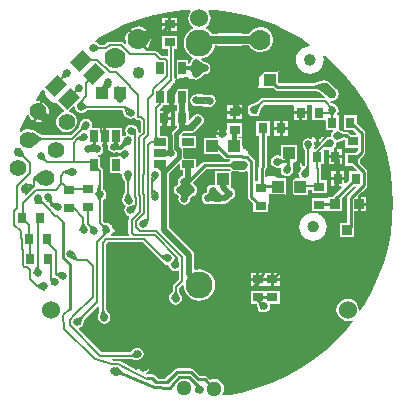
<source format=gbl>
%FSLAX24Y24*%
%MOIN*%
G70*
G01*
G75*
G04 Layer_Physical_Order=2*
G04 Layer_Color=16711680*
%ADD10C,0.0070*%
%ADD11C,0.0197*%
%ADD12R,0.0091X0.0236*%
%ADD13R,0.0236X0.0091*%
%ADD14R,0.1220X0.1220*%
%ADD15R,0.0350X0.0300*%
%ADD16R,0.0300X0.0350*%
%ADD17R,0.0140X0.0800*%
%ADD18R,0.0098X0.0315*%
%ADD19R,0.0787X0.0630*%
%ADD20R,0.0157X0.0197*%
%ADD21R,0.0197X0.0157*%
%ADD22R,0.0394X0.0492*%
%ADD23R,0.0320X0.0320*%
%ADD24C,0.0080*%
%ADD25C,0.0090*%
%ADD26C,0.0100*%
%ADD27C,0.0120*%
%ADD28C,0.0200*%
%ADD29C,0.0150*%
%ADD30C,0.0060*%
%ADD31C,0.0600*%
%ADD32C,0.0700*%
%ADD33C,0.0512*%
%ADD34C,0.0900*%
%ADD35C,0.0551*%
%ADD36C,0.0250*%
%ADD37C,0.0300*%
%ADD38R,0.0394X0.0394*%
%ADD39R,0.0250X0.0400*%
%ADD40R,0.0394X0.0394*%
%ADD41R,0.0400X0.0250*%
G04:AMPARAMS|DCode=42|XSize=43mil|YSize=59mil|CornerRadius=0mil|HoleSize=0mil|Usage=FLASHONLY|Rotation=135.000|XOffset=0mil|YOffset=0mil|HoleType=Round|Shape=Rectangle|*
%AMROTATEDRECTD42*
4,1,4,0.0361,0.0057,-0.0057,-0.0361,-0.0361,-0.0057,0.0057,0.0361,0.0361,0.0057,0.0*
%
%ADD42ROTATEDRECTD42*%

%ADD43C,0.0250*%
%ADD44R,0.0343X0.0494*%
%ADD45R,0.0280X0.0540*%
%ADD46R,0.0720X0.0910*%
%ADD47R,0.0390X0.0580*%
%ADD48R,0.0900X0.0270*%
%ADD49R,0.0852X0.0273*%
%ADD50R,0.0533X0.0468*%
%ADD51R,0.0430X0.0340*%
%ADD52R,0.0200X0.0199*%
%ADD53R,0.2460X0.0890*%
%ADD54R,0.0710X0.0580*%
%ADD55R,0.0990X0.0600*%
%ADD56R,0.0680X0.0570*%
%ADD57R,0.0630X0.0540*%
%ADD58R,0.0700X0.0210*%
%ADD59R,0.0350X0.0165*%
%ADD60R,0.0069X0.0095*%
%ADD61R,0.0570X0.0270*%
%ADD62R,0.0583X0.0462*%
%ADD63R,0.0570X0.0870*%
G36*
X100170Y81410D02*
X100321D01*
Y81205D01*
X100260D01*
Y80715D01*
X100307D01*
Y80666D01*
X100190Y80550D01*
X100158Y80502D01*
X100147Y80445D01*
Y80029D01*
X100109Y79997D01*
X100147Y79989D01*
Y79987D01*
X100147Y79987D01*
X100150Y79972D01*
Y79800D01*
X100050D01*
Y79989D01*
X100039Y79987D01*
X100002Y80017D01*
X100000Y80019D01*
Y80369D01*
X99757D01*
X99732Y80394D01*
Y80715D01*
X99830D01*
Y80960D01*
Y81205D01*
X99732D01*
Y81264D01*
X99822Y81354D01*
X99822Y81354D01*
X99845Y81389D01*
X99849Y81410D01*
X100070D01*
Y81680D01*
X100170D01*
Y81410D01*
D02*
G37*
G36*
X101566Y84565D02*
X102070Y84506D01*
X102567Y84407D01*
X103055Y84269D01*
X103530Y84094D01*
X103990Y83881D01*
X104433Y83634D01*
X104758Y83416D01*
X104741Y83369D01*
X104740Y83369D01*
X104621Y83354D01*
X104510Y83308D01*
X104415Y83235D01*
X104342Y83139D01*
X104311Y83064D01*
X104261Y83069D01*
X104256Y83090D01*
X104205Y83189D01*
X104164Y83233D01*
X103929Y82952D01*
X104210Y82716D01*
X104242Y82767D01*
X104247Y82784D01*
X104252Y82784D01*
X104298Y82786D01*
X104342Y82679D01*
X104415Y82584D01*
X104510Y82511D01*
X104621Y82465D01*
X104740Y82449D01*
X104859Y82465D01*
X104970Y82511D01*
X105066Y82584D01*
X105139Y82679D01*
X105185Y82790D01*
X105201Y82909D01*
X105185Y83028D01*
X105184Y83031D01*
X105224Y83061D01*
X105252Y83038D01*
X105624Y82694D01*
X105968Y82322D01*
X106282Y81924D01*
X106564Y81503D01*
X106811Y81060D01*
X107024Y80600D01*
X107199Y80125D01*
X107337Y79637D01*
X107436Y79140D01*
X107495Y78636D01*
X107515Y78130D01*
X107495Y77624D01*
X107436Y77120D01*
X107337Y76623D01*
X107199Y76135D01*
X107024Y75660D01*
X106811Y75199D01*
X106564Y74757D01*
X106417Y74537D01*
X106370Y74555D01*
X106373Y74580D01*
X106360Y74677D01*
X106323Y74767D01*
X106264Y74844D01*
X106187Y74903D01*
X106097Y74940D01*
X106000Y74953D01*
X105903Y74940D01*
X105813Y74903D01*
X105736Y74844D01*
X105677Y74767D01*
X105640Y74677D01*
X105627Y74580D01*
X105640Y74483D01*
X105677Y74393D01*
X105736Y74316D01*
X105813Y74257D01*
X105903Y74220D01*
X106000Y74207D01*
X106097Y74220D01*
X106145Y74239D01*
X106175Y74200D01*
X105968Y73938D01*
X105624Y73566D01*
X105252Y73222D01*
X104854Y72908D01*
X104433Y72626D01*
X103990Y72379D01*
X103530Y72166D01*
X103055Y71991D01*
X102567Y71853D01*
X102070Y71754D01*
X101848Y71728D01*
X101824Y71772D01*
X101832Y71782D01*
X101866Y71861D01*
X101879Y71946D01*
X101869Y72031D01*
X101837Y72111D01*
X101786Y72180D01*
X101719Y72233D01*
X101641Y72267D01*
X101556Y72280D01*
X101470Y72270D01*
X101423Y72251D01*
X101329Y72346D01*
X101289Y72372D01*
X101242Y72381D01*
X101068D01*
X100859Y72591D01*
X100819Y72618D01*
X100772Y72627D01*
X100328D01*
X100281Y72618D01*
X100242Y72591D01*
X100068Y72417D01*
X100028Y72391D01*
X99926Y72289D01*
X99675D01*
X99570Y72394D01*
X99531Y72420D01*
X99484Y72430D01*
X99316D01*
X99300Y72426D01*
X99280Y72473D01*
X99321Y72499D01*
X99364Y72564D01*
X99369Y72590D01*
X98991D01*
X98988Y72603D01*
X98949Y72573D01*
X98908Y72593D01*
X98413Y72873D01*
X98406Y72875D01*
X98401Y72879D01*
X98387Y72882D01*
X98373Y72886D01*
X98366Y72886D01*
X98360Y72887D01*
X98181D01*
X98148Y72925D01*
X98151Y72943D01*
X98790D01*
X98940Y72915D01*
X98980Y72915D01*
X99000Y72911D01*
X99076Y72926D01*
X99141Y72969D01*
X99184Y73034D01*
X99199Y73110D01*
X99184Y73186D01*
X99141Y73251D01*
X99076Y73294D01*
X99000Y73309D01*
X98992Y73307D01*
X98988Y73310D01*
X98947Y73317D01*
X98906Y73308D01*
X98872Y73283D01*
X98754Y73157D01*
X97804D01*
X97034Y73927D01*
X97049Y73975D01*
X97056Y73976D01*
X97085Y73996D01*
X97114Y74003D01*
X97148Y74027D01*
X97170Y74062D01*
X97252Y74281D01*
X97677Y74705D01*
X97723Y74686D01*
Y74564D01*
X97709Y74513D01*
X97667Y74358D01*
X97664Y74317D01*
X97677Y74277D01*
X97704Y74245D01*
X97706Y74244D01*
X97706Y74244D01*
X97749Y74179D01*
X97814Y74136D01*
X97890Y74121D01*
X97966Y74136D01*
X98031Y74179D01*
X98074Y74244D01*
X98089Y74320D01*
X98082Y74354D01*
X98087Y74370D01*
X98086Y74371D01*
X98087Y74373D01*
X98084Y74392D01*
X98082Y74411D01*
X98082Y74413D01*
X98081Y74415D01*
X98072Y74431D01*
X98063Y74448D01*
X98061Y74449D01*
X98060Y74451D01*
X97937Y74590D01*
Y76756D01*
X98004Y76823D01*
X99175D01*
X99699Y76299D01*
X99699Y76299D01*
X99764Y76234D01*
X99767Y76232D01*
X99770Y76229D01*
X99911Y76109D01*
X99947Y76088D01*
X99988Y76083D01*
X99988Y76083D01*
X99988Y76083D01*
X100023Y76085D01*
X100023Y76085D01*
X100023D01*
X100033Y76045D01*
X100058Y76011D01*
X100061Y76009D01*
X100066Y75984D01*
X100109Y75919D01*
X100174Y75876D01*
X100250Y75861D01*
X100326Y75876D01*
X100333Y75881D01*
X100377Y75858D01*
Y75584D01*
X100294Y75500D01*
X100289Y75499D01*
X100254Y75476D01*
X100194Y75416D01*
X100171Y75381D01*
X100163Y75340D01*
Y75191D01*
X100059Y75027D01*
X100044Y74988D01*
X100046Y74946D01*
X100063Y74908D01*
X100083Y74888D01*
X100086Y74874D01*
X100129Y74809D01*
X100194Y74766D01*
X100270Y74751D01*
X100346Y74766D01*
X100411Y74809D01*
X100454Y74874D01*
X100463Y74922D01*
X100472Y74938D01*
X100477Y74980D01*
X100465Y75020D01*
X100377Y75186D01*
Y75296D01*
X100382Y75300D01*
X100386Y75301D01*
X100421Y75324D01*
X100491Y75394D01*
X100538Y75378D01*
X100553Y75264D01*
X100606Y75138D01*
X100689Y75029D01*
X100798Y74946D01*
X100924Y74893D01*
X101060Y74876D01*
X101196Y74893D01*
X101322Y74946D01*
X101431Y75029D01*
X101514Y75138D01*
X101567Y75264D01*
X101584Y75400D01*
X101567Y75536D01*
X101514Y75662D01*
X101431Y75771D01*
X101322Y75854D01*
X101196Y75907D01*
X101060Y75924D01*
X100932Y75908D01*
X100894Y75941D01*
Y76402D01*
X100881Y76469D01*
X100843Y76525D01*
X100843Y76525D01*
X100048Y77320D01*
Y78517D01*
X100048Y78517D01*
X100038Y78567D01*
Y79124D01*
X100359Y79445D01*
X100405Y79425D01*
Y79231D01*
X100502D01*
Y79041D01*
X100464Y79034D01*
X100399Y78991D01*
X100356Y78926D01*
X100341Y78850D01*
X100356Y78774D01*
X100334Y78764D01*
X100334D01*
X100334Y78764D01*
X100269Y78721D01*
X100226Y78656D01*
X100211Y78580D01*
X100226Y78504D01*
X100269Y78439D01*
X100334Y78396D01*
X100348Y78394D01*
X100375Y78352D01*
X100361Y78280D01*
X100376Y78204D01*
X100419Y78139D01*
X100484Y78096D01*
X100560Y78081D01*
X100636Y78096D01*
X100701Y78139D01*
X100744Y78204D01*
X100759Y78280D01*
X100757Y78291D01*
X100848Y78383D01*
X100866Y78386D01*
X100931Y78429D01*
X100974Y78494D01*
X100989Y78570D01*
X100974Y78646D01*
X100931Y78711D01*
X100912Y78723D01*
X100839Y78797D01*
X100848Y78845D01*
Y78845D01*
X101281Y79278D01*
X102057D01*
X102101Y79243D01*
X102088Y79206D01*
X102088D01*
X102084Y79196D01*
X101573D01*
Y78774D01*
X101535Y78742D01*
X101500Y78749D01*
X101424Y78734D01*
X101359Y78691D01*
X101316Y78626D01*
X101301Y78550D01*
X101307Y78522D01*
X101272Y78487D01*
X101254Y78484D01*
X101189Y78441D01*
X101146Y78376D01*
X101131Y78300D01*
X101146Y78224D01*
X101189Y78159D01*
X101254Y78116D01*
X101330Y78101D01*
X101406Y78116D01*
X101415Y78122D01*
X101615Y78113D01*
X101624Y78106D01*
X101700Y78091D01*
X101776Y78106D01*
X101790Y78116D01*
X101797Y78117D01*
X101900D01*
X101966Y78130D01*
X102023Y78167D01*
X102023Y78167D01*
X102023Y78167D01*
X102118Y78263D01*
X102136Y78266D01*
X102201Y78309D01*
X102244Y78374D01*
X102259Y78450D01*
X102244Y78526D01*
X102201Y78591D01*
X102136Y78634D01*
X102118Y78637D01*
X102103Y78652D01*
X102107Y78662D01*
X102107D01*
X102107Y78662D01*
Y79147D01*
X102122Y79169D01*
D01*
X102132Y79183D01*
D01*
X102150Y79208D01*
X102158Y79206D01*
X102166Y79202D01*
X102181Y79201D01*
X102197Y79198D01*
X102557Y79188D01*
X102604Y79196D01*
X102629Y79212D01*
X102673Y79187D01*
Y78355D01*
X102682Y78308D01*
X102708Y78268D01*
X102855Y78122D01*
Y77830D01*
X103345D01*
Y78095D01*
X103383Y78128D01*
X103440Y78121D01*
X103559Y78136D01*
X103670Y78182D01*
X103766Y78255D01*
X103839Y78351D01*
X103868Y78422D01*
X103933D01*
Y78956D01*
X103701D01*
X103670Y78979D01*
X103559Y79025D01*
X103440Y79041D01*
X103321Y79025D01*
X103294Y79014D01*
X103252Y79042D01*
Y79239D01*
X103267Y79253D01*
X103293Y79293D01*
X103302Y79340D01*
X103302Y79340D01*
X103302Y79340D01*
Y79340D01*
Y80385D01*
X103400D01*
Y80875D01*
X102960D01*
Y80385D01*
X103058D01*
Y79391D01*
X103043Y79377D01*
X103017Y79337D01*
X103008Y79290D01*
Y78870D01*
X102917D01*
Y79513D01*
X102908Y79560D01*
X102882Y79599D01*
X102725Y79755D01*
X102716Y79762D01*
X102720Y79781D01*
X102670Y79791D01*
Y79930D01*
X102531D01*
X102521Y79980D01*
X102531Y80028D01*
X102481Y80032D01*
Y80298D01*
X102362D01*
Y80350D01*
X102485D01*
Y80790D01*
X101995D01*
Y80610D01*
X101951Y80581D01*
X101886Y80624D01*
X101860Y80629D01*
Y80440D01*
X101810D01*
Y80390D01*
X101621D01*
X101626Y80364D01*
X101641Y80342D01*
X101617Y80298D01*
X101199D01*
Y79764D01*
X101733D01*
X101733Y79764D01*
Y79764D01*
X101741Y79768D01*
X101881Y79628D01*
X101921Y79601D01*
X101967Y79592D01*
X102073D01*
X102083Y79563D01*
X102053Y79522D01*
X101230D01*
X101183Y79513D01*
X101143Y79487D01*
X100991Y79334D01*
X100945Y79353D01*
Y79621D01*
X100548D01*
X100517Y79660D01*
X100518Y79665D01*
Y79912D01*
X100507Y79968D01*
X100512Y79979D01*
X100945D01*
Y80369D01*
X100493D01*
X100474Y80415D01*
X100525Y80466D01*
X100546Y80470D01*
X100573Y80488D01*
X100800D01*
X100847Y80497D01*
X100884Y80522D01*
X100906Y80526D01*
X100971Y80569D01*
X101014Y80634D01*
X101018Y80655D01*
X101075Y80712D01*
X101096Y80716D01*
X101161Y80759D01*
X101204Y80824D01*
X101219Y80900D01*
X101204Y80976D01*
X101161Y81041D01*
X101096Y81084D01*
X101020Y81099D01*
X101009Y81097D01*
X100994Y81102D01*
X100987Y81101D01*
X100980Y81102D01*
X100963Y81099D01*
X100947Y81098D01*
X100940Y81094D01*
X100933Y81093D01*
X100919Y81084D01*
X100904Y81076D01*
X100899Y81071D01*
X100893Y81067D01*
X100746Y80919D01*
X100700Y80938D01*
Y81205D01*
X100667D01*
Y81410D01*
X100689D01*
Y81950D01*
X100524D01*
X100500Y81994D01*
X100533Y82043D01*
X100544Y82036D01*
X100570Y82031D01*
Y82220D01*
X100620D01*
Y82270D01*
X100809D01*
X100813Y82252D01*
X100854Y82280D01*
X100874Y82266D01*
X100950Y82251D01*
X101026Y82266D01*
X101091Y82309D01*
X101104Y82330D01*
X101144Y82356D01*
X101221Y82433D01*
X101230Y82431D01*
X101306Y82446D01*
X101371Y82489D01*
X101414Y82554D01*
X101429Y82630D01*
X101414Y82706D01*
X101371Y82771D01*
X101306Y82814D01*
X101230Y82829D01*
X101221Y82827D01*
X101154Y82894D01*
X101111Y82922D01*
X101101Y82924D01*
X101091Y82941D01*
X101093Y82950D01*
X101196Y82963D01*
X101322Y83016D01*
X101431Y83099D01*
X101514Y83208D01*
X101567Y83334D01*
X101574Y83390D01*
X101660D01*
X101672Y83361D01*
X101745Y83265D01*
X101840Y83192D01*
X101951Y83146D01*
X102070Y83131D01*
X102189Y83146D01*
X102300Y83192D01*
X102396Y83265D01*
X102469Y83361D01*
X102481Y83390D01*
X102722D01*
X102745Y83345D01*
X102820Y83264D01*
X102913Y83204D01*
X103018Y83171D01*
X103129Y83166D01*
X103237Y83190D01*
X103335Y83241D01*
X103417Y83316D01*
X103476Y83409D01*
X103509Y83515D01*
X103514Y83625D01*
X103490Y83733D01*
X103439Y83831D01*
X103364Y83913D01*
X103271Y83972D01*
X103166Y84006D01*
X103055Y84010D01*
X102947Y83986D01*
X102849Y83935D01*
X102768Y83861D01*
X102721Y83787D01*
X102483D01*
X102469Y83821D01*
X102396Y83916D01*
X102300Y83989D01*
X102189Y84035D01*
X102070Y84051D01*
X101951Y84035D01*
X101840Y83989D01*
X101745Y83916D01*
X101672Y83821D01*
X101658Y83787D01*
X101472D01*
X101431Y83841D01*
X101322Y83924D01*
X101247Y83956D01*
Y83967D01*
X101324Y84026D01*
X101383Y84103D01*
X101420Y84193D01*
X101433Y84290D01*
X101420Y84387D01*
X101383Y84477D01*
X101343Y84529D01*
X101366Y84573D01*
X101566Y84565D01*
D02*
G37*
G36*
X100777Y84529D02*
X100737Y84477D01*
X100700Y84387D01*
X100687Y84290D01*
X100700Y84193D01*
X100737Y84103D01*
X100796Y84026D01*
X100843Y83990D01*
X100837Y83940D01*
X100798Y83924D01*
X100689Y83841D01*
X100606Y83732D01*
X100553Y83606D01*
X100536Y83470D01*
X100553Y83334D01*
X100606Y83208D01*
X100689Y83099D01*
X100798Y83016D01*
X100825Y83004D01*
X100830Y82955D01*
X100809Y82941D01*
X100766Y82876D01*
X100753Y82807D01*
X100732Y82796D01*
X100696Y82789D01*
X100689Y82792D01*
Y82895D01*
X100299D01*
Y82355D01*
X100299D01*
Y82331D01*
X100256Y82305D01*
X100223Y82323D01*
Y83204D01*
Y83270D01*
X100315D01*
Y83710D01*
X99825D01*
Y83270D01*
X100009D01*
Y83204D01*
X100009Y83204D01*
X100009D01*
Y83046D01*
X99965Y83023D01*
X99955Y83029D01*
X99914Y83037D01*
X99804D01*
X99661Y83181D01*
X99626Y83204D01*
X99585Y83212D01*
X99277D01*
X99263Y83260D01*
X99247Y83250D01*
X98979Y83570D01*
D01*
X98711Y83889D01*
X98671Y83845D01*
X98619Y83747D01*
X98596Y83639D01*
X98600Y83528D01*
X98625Y83449D01*
X98583Y83423D01*
X98516Y83490D01*
X98481Y83513D01*
X98440Y83521D01*
X98063D01*
X98022Y83513D01*
X97987Y83490D01*
X97987Y83490D01*
X97905Y83407D01*
X97743D01*
X97611Y83498D01*
X97572Y83515D01*
X97537Y83515D01*
X97537Y83515D01*
X97536Y83515D01*
X97531Y83515D01*
X97687Y83634D01*
X98130Y83881D01*
X98590Y84094D01*
X99065Y84269D01*
X99553Y84407D01*
X100050Y84506D01*
X100554Y84565D01*
X100754Y84573D01*
X100777Y84529D01*
D02*
G37*
G36*
X95904Y81889D02*
X95916Y81802D01*
X95962Y81691D01*
X96035Y81595D01*
X96130Y81522D01*
X96241Y81476D01*
X96329Y81465D01*
X96561Y81233D01*
X96549Y81184D01*
X96484Y81164D01*
X96408Y81115D01*
X96346Y81048D01*
X96304Y80967D01*
X96284Y80878D01*
X96288Y80787D01*
X96316Y80700D01*
X96365Y80624D01*
X96432Y80562D01*
X96512Y80520D01*
X96601Y80500D01*
X96692Y80504D01*
X96779Y80532D01*
X96856Y80581D01*
X96917Y80648D01*
X96959Y80728D01*
X96979Y80817D01*
X96975Y80908D01*
X96948Y80995D01*
X96899Y81072D01*
X96832Y81133D01*
X96751Y81175D01*
X96729Y81180D01*
X96715Y81228D01*
X96848Y81360D01*
X96849Y81360D01*
X96901Y81350D01*
X96916Y81274D01*
X96959Y81209D01*
X97024Y81166D01*
X97056Y81160D01*
X97085Y81144D01*
X97128Y81138D01*
X97170Y81150D01*
X97346Y81238D01*
X98488D01*
X98556Y81069D01*
X98580Y81032D01*
X98616Y81007D01*
X98629Y81004D01*
X98693Y80961D01*
X98769Y80946D01*
X98846Y80961D01*
X98883Y80986D01*
X98911Y80959D01*
Y80959D01*
D01*
D01*
D01*
X98911Y80959D01*
X98934Y80925D01*
X98969Y80901D01*
X99010Y80893D01*
X99065D01*
X99103Y80856D01*
Y80522D01*
X99066Y80485D01*
X99019Y80502D01*
X99006Y80612D01*
X98994Y80652D01*
X98967Y80684D01*
X98930Y80703D01*
X98910Y80705D01*
X98866Y80734D01*
X98790Y80749D01*
X98714Y80734D01*
X98649Y80691D01*
X98606Y80626D01*
X98591Y80550D01*
X98606Y80474D01*
X98626Y80444D01*
X98614Y80414D01*
X98568Y80383D01*
X98548Y80377D01*
X98524Y80358D01*
X98479Y80379D01*
Y80630D01*
X97960D01*
Y80360D01*
Y80090D01*
X97988D01*
X98019Y80051D01*
X98011Y80010D01*
X98026Y79934D01*
X98069Y79869D01*
X98134Y79826D01*
X98210Y79811D01*
X98286Y79826D01*
X98318Y79848D01*
X98360D01*
X98392Y79809D01*
X98392Y79810D01*
X98581D01*
Y79710D01*
X98392D01*
X98389Y79724D01*
X98357Y79685D01*
X98089D01*
Y79145D01*
X98396D01*
X98468Y79104D01*
X98463Y79062D01*
X98474Y79022D01*
X98573Y78825D01*
Y78490D01*
X98490Y78279D01*
X98483Y78238D01*
X98492Y78197D01*
X98511Y78169D01*
X98516Y78144D01*
X98559Y78079D01*
X98619Y78040D01*
X98576Y77976D01*
X98561Y77900D01*
X98576Y77824D01*
X98619Y77759D01*
X98684Y77716D01*
X98716Y77710D01*
X98731Y77662D01*
X98724Y77656D01*
X98701Y77621D01*
X98693Y77580D01*
Y77140D01*
X98701Y77099D01*
X98713Y77081D01*
X98689Y77037D01*
X98113D01*
X98097Y77084D01*
X98119Y77101D01*
X98147Y77134D01*
X98152Y77147D01*
X98199Y77163D01*
X98224Y77146D01*
X98250Y77141D01*
Y77330D01*
Y77519D01*
X98224Y77514D01*
X98159Y77471D01*
X98133Y77431D01*
X98091Y77418D01*
X98076Y77417D01*
X98071Y77423D01*
X98065Y77433D01*
X98057Y77440D01*
X98050Y77448D01*
X98040Y77453D01*
X98030Y77460D01*
X98020Y77463D01*
X98011Y77468D01*
X97999Y77469D01*
X97988Y77472D01*
X97890Y77479D01*
X97842Y77526D01*
Y78200D01*
X97876Y78289D01*
X97926Y78295D01*
X97929Y78289D01*
X97994Y78246D01*
X98020Y78241D01*
Y78430D01*
Y78619D01*
X97994Y78614D01*
X97929Y78571D01*
X97928Y78569D01*
X97878D01*
X97871Y78581D01*
X97847Y78596D01*
X97842Y78621D01*
Y78810D01*
Y79221D01*
X97842Y79221D01*
X97834Y79264D01*
X97809Y79300D01*
X97809Y79300D01*
X97731Y79379D01*
Y79685D01*
X97683D01*
X97679Y79735D01*
X97736Y79746D01*
X97801Y79789D01*
X97844Y79854D01*
X97859Y79930D01*
X97844Y80006D01*
X97813Y80052D01*
X97809Y80065D01*
X97821Y80090D01*
X97860D01*
Y80360D01*
Y80630D01*
X97565D01*
X97514Y80640D01*
X97464Y80674D01*
X97479Y80750D01*
X97464Y80826D01*
X97421Y80891D01*
X97356Y80934D01*
X97280Y80949D01*
X97204Y80934D01*
X97139Y80891D01*
X97096Y80826D01*
X97094Y80814D01*
X97089Y80805D01*
X97044Y80675D01*
X96764Y80396D01*
X95809D01*
X95524Y80562D01*
X95485Y80576D01*
X95473Y80575D01*
X95469Y80578D01*
X95380Y80597D01*
X95289Y80593D01*
X95203Y80566D01*
X95126Y80517D01*
X95113Y80502D01*
X95070Y80529D01*
X95096Y80600D01*
X95309Y81060D01*
X95317Y81076D01*
X95367Y81071D01*
X95376Y81042D01*
X95425Y80966D01*
X95492Y80904D01*
X95528Y80885D01*
X95645Y81207D01*
X95645D01*
X95762Y81528D01*
X95722Y81537D01*
X95631Y81533D01*
X95602Y81572D01*
X95829Y81910D01*
X95878Y81915D01*
X95904Y81889D01*
D02*
G37*
%LPC*%
G36*
X101690Y76939D02*
X101664Y76934D01*
X101599Y76891D01*
X101556Y76826D01*
X101551Y76800D01*
X101690D01*
Y76939D01*
D02*
G37*
G36*
X105200Y76759D02*
Y76620D01*
X105339D01*
X105334Y76646D01*
X105291Y76711D01*
X105226Y76754D01*
X105200Y76759D01*
D02*
G37*
G36*
X103140Y76979D02*
X103114Y76974D01*
X103049Y76931D01*
X103006Y76866D01*
X103001Y76840D01*
X103140D01*
Y76979D01*
D02*
G37*
G36*
X101790Y76939D02*
Y76800D01*
X101929D01*
X101924Y76826D01*
X101881Y76891D01*
X101816Y76934D01*
X101790Y76939D01*
D02*
G37*
G36*
X101690Y76700D02*
X101551D01*
X101556Y76674D01*
X101599Y76609D01*
X101664Y76566D01*
X101690Y76561D01*
Y76700D01*
D02*
G37*
G36*
X103140Y76740D02*
X103001D01*
X103006Y76714D01*
X103049Y76649D01*
X103114Y76606D01*
X103140Y76601D01*
Y76740D01*
D02*
G37*
G36*
X103379D02*
X103240D01*
Y76601D01*
X103266Y76606D01*
X103331Y76649D01*
X103374Y76714D01*
X103379Y76740D01*
D02*
G37*
G36*
X105100Y76759D02*
X105074Y76754D01*
X105009Y76711D01*
X104966Y76646D01*
X104961Y76620D01*
X105100D01*
Y76759D01*
D02*
G37*
G36*
X101929Y76700D02*
X101790D01*
Y76561D01*
X101816Y76566D01*
X101881Y76609D01*
X101924Y76674D01*
X101929Y76700D01*
D02*
G37*
G36*
X103240Y76979D02*
Y76840D01*
X103379D01*
X103374Y76866D01*
X103331Y76931D01*
X103266Y76974D01*
X103240Y76979D01*
D02*
G37*
G36*
X98120Y78619D02*
Y78480D01*
X98259D01*
X98254Y78506D01*
X98211Y78571D01*
X98146Y78614D01*
X98120Y78619D01*
D02*
G37*
G36*
X98259Y78380D02*
X98120D01*
Y78241D01*
X98146Y78246D01*
X98211Y78289D01*
X98254Y78354D01*
X98259Y78380D01*
D02*
G37*
G36*
X105620Y78900D02*
X105450D01*
Y78705D01*
X105620D01*
Y78900D01*
D02*
G37*
G36*
X105890Y79195D02*
X105720D01*
Y79000D01*
X105890D01*
Y79195D01*
D02*
G37*
G36*
X105620D02*
X105450D01*
Y79000D01*
X105620D01*
Y79195D01*
D02*
G37*
G36*
X98489Y77280D02*
X98350D01*
Y77141D01*
X98376Y77146D01*
X98441Y77189D01*
X98484Y77254D01*
X98489Y77280D01*
D02*
G37*
G36*
X104850Y77809D02*
X104731Y77794D01*
X104620Y77748D01*
X104525Y77675D01*
X104452Y77579D01*
X104406Y77468D01*
X104390Y77349D01*
X104406Y77230D01*
X104452Y77119D01*
X104525Y77024D01*
X104620Y76951D01*
X104731Y76905D01*
X104850Y76889D01*
X104969Y76905D01*
X105080Y76951D01*
X105176Y77024D01*
X105249Y77119D01*
X105295Y77230D01*
X105311Y77349D01*
X105295Y77468D01*
X105249Y77579D01*
X105176Y77675D01*
X105080Y77748D01*
X104969Y77794D01*
X104850Y77809D01*
D02*
G37*
G36*
X98350Y77519D02*
Y77380D01*
X98489D01*
X98484Y77406D01*
X98441Y77471D01*
X98376Y77514D01*
X98350Y77519D01*
D02*
G37*
G36*
X106610Y78330D02*
X106430D01*
Y78150D01*
X106610D01*
Y78330D01*
D02*
G37*
G36*
Y78050D02*
X106430D01*
Y77870D01*
X106610D01*
Y78050D01*
D02*
G37*
G36*
X98390Y73719D02*
Y73580D01*
X98529D01*
X98524Y73606D01*
X98481Y73671D01*
X98416Y73714D01*
X98390Y73719D01*
D02*
G37*
G36*
X98290D02*
X98264Y73714D01*
X98199Y73671D01*
X98156Y73606D01*
X98151Y73580D01*
X98290D01*
Y73719D01*
D02*
G37*
G36*
X99290Y73879D02*
X99264Y73874D01*
X99199Y73831D01*
X99156Y73766D01*
X99151Y73740D01*
X99290D01*
Y73879D01*
D02*
G37*
G36*
X100480Y74120D02*
X100341D01*
X100346Y74094D01*
X100389Y74029D01*
X100454Y73986D01*
X100480Y73981D01*
Y74120D01*
D02*
G37*
G36*
X99390Y73879D02*
Y73740D01*
X99529D01*
X99524Y73766D01*
X99481Y73831D01*
X99416Y73874D01*
X99390Y73879D01*
D02*
G37*
G36*
X99529Y73640D02*
X99390D01*
Y73501D01*
X99416Y73506D01*
X99481Y73549D01*
X99524Y73614D01*
X99529Y73640D01*
D02*
G37*
G36*
X99230Y72829D02*
Y72690D01*
X99369D01*
X99364Y72716D01*
X99321Y72781D01*
X99256Y72824D01*
X99230Y72829D01*
D02*
G37*
G36*
X99130D02*
X99104Y72824D01*
X99039Y72781D01*
X98996Y72716D01*
X98991Y72690D01*
X99130D01*
Y72829D01*
D02*
G37*
G36*
X98290Y73480D02*
X98151D01*
X98156Y73454D01*
X98199Y73389D01*
X98264Y73346D01*
X98290Y73341D01*
Y73480D01*
D02*
G37*
G36*
X99290Y73640D02*
X99151D01*
X99156Y73614D01*
X99199Y73549D01*
X99264Y73506D01*
X99290Y73501D01*
Y73640D01*
D02*
G37*
G36*
X98529Y73480D02*
X98390D01*
Y73341D01*
X98416Y73346D01*
X98481Y73389D01*
X98524Y73454D01*
X98529Y73480D01*
D02*
G37*
G36*
X103735Y75810D02*
X103540D01*
Y75640D01*
X103735D01*
Y75810D01*
D02*
G37*
G36*
X102960Y75550D02*
X102765D01*
Y75380D01*
X102960D01*
Y75550D01*
D02*
G37*
G36*
Y75820D02*
X102765D01*
Y75650D01*
X102960D01*
Y75820D01*
D02*
G37*
G36*
X105339Y76520D02*
X105200D01*
Y76381D01*
X105226Y76386D01*
X105291Y76429D01*
X105334Y76494D01*
X105339Y76520D01*
D02*
G37*
G36*
X105100D02*
X104961D01*
X104966Y76494D01*
X105009Y76429D01*
X105074Y76386D01*
X105100Y76381D01*
Y76520D01*
D02*
G37*
G36*
X103735Y75540D02*
X103540D01*
Y75370D01*
X103735D01*
Y75540D01*
D02*
G37*
G36*
X100480Y74359D02*
X100454Y74354D01*
X100389Y74311D01*
X100346Y74246D01*
X100341Y74220D01*
X100480D01*
Y74359D01*
D02*
G37*
G36*
X100719Y74120D02*
X100580D01*
Y73981D01*
X100606Y73986D01*
X100671Y74029D01*
X100714Y74094D01*
X100719Y74120D01*
D02*
G37*
G36*
X100580Y74359D02*
Y74220D01*
X100719D01*
X100714Y74246D01*
X100671Y74311D01*
X100606Y74354D01*
X100580Y74359D01*
D02*
G37*
G36*
X103255Y75820D02*
X103060D01*
Y75600D01*
Y75380D01*
X103245D01*
Y75370D01*
X103440D01*
Y75590D01*
Y75810D01*
X103255D01*
Y75820D01*
D02*
G37*
G36*
Y75220D02*
X102765D01*
Y74780D01*
X102957D01*
X102976Y74761D01*
X102999Y74620D01*
X103016Y74575D01*
X103049Y74540D01*
X103092Y74521D01*
X103124Y74520D01*
X103144Y74506D01*
X103220Y74491D01*
X103296Y74506D01*
X103361Y74549D01*
X103404Y74614D01*
X103419Y74690D01*
X103404Y74766D01*
X103406Y74770D01*
X103735D01*
Y75210D01*
X103255D01*
Y75220D01*
D02*
G37*
G36*
X103370Y81359D02*
X103344Y81354D01*
X103279Y81311D01*
X103236Y81246D01*
X103231Y81220D01*
X103370D01*
Y81359D01*
D02*
G37*
G36*
X102485Y81390D02*
X102290D01*
Y81220D01*
X102485D01*
Y81390D01*
D02*
G37*
G36*
X103470Y81359D02*
Y81220D01*
X103609D01*
X103604Y81246D01*
X103561Y81311D01*
X103496Y81354D01*
X103470Y81359D01*
D02*
G37*
G36*
X102800Y82190D02*
X102583D01*
Y81973D01*
X102800D01*
Y82190D01*
D02*
G37*
G36*
X100950Y81762D02*
X100930Y81758D01*
X100909Y81755D01*
X100908Y81754D01*
X100907Y81754D01*
X100900Y81749D01*
X100874Y81744D01*
X100809Y81701D01*
X100766Y81636D01*
X100751Y81560D01*
X100766Y81484D01*
X100809Y81419D01*
X100874Y81376D01*
X100899Y81371D01*
X100905Y81367D01*
X100906Y81367D01*
X100907Y81366D01*
X100927Y81362D01*
X100948Y81358D01*
X101418Y81348D01*
X101432Y81350D01*
X101446Y81351D01*
X101453Y81354D01*
X101461Y81355D01*
X101473Y81363D01*
X101475Y81364D01*
X101486Y81366D01*
X101551Y81409D01*
X101594Y81474D01*
X101609Y81550D01*
X101594Y81626D01*
X101551Y81691D01*
X101486Y81734D01*
X101462Y81739D01*
X101457Y81742D01*
X101456Y81742D01*
X101455Y81743D01*
X101435Y81747D01*
X101415Y81752D01*
X101414Y81752D01*
X101412Y81752D01*
X100952Y81762D01*
X100951Y81762D01*
X100950Y81762D01*
D02*
G37*
G36*
X103609Y81120D02*
X103470D01*
Y80981D01*
X103496Y80986D01*
X103561Y81029D01*
X103604Y81094D01*
X103609Y81120D01*
D02*
G37*
G36*
X103370D02*
X103231D01*
X103236Y81094D01*
X103279Y81029D01*
X103344Y80986D01*
X103370Y80981D01*
Y81120D01*
D02*
G37*
G36*
X100100Y81205D02*
X99930D01*
Y81010D01*
X100100D01*
Y81205D01*
D02*
G37*
G36*
X102190Y81390D02*
X101995D01*
Y81220D01*
X102190D01*
Y81390D01*
D02*
G37*
G36*
X95856Y81494D02*
X95756Y81220D01*
X96030Y81120D01*
X96039Y81159D01*
X96035Y81250D01*
X96008Y81337D01*
X95959Y81414D01*
X95892Y81475D01*
X95856Y81494D01*
D02*
G37*
G36*
X100809Y82170D02*
X100670D01*
Y82031D01*
X100696Y82036D01*
X100761Y82079D01*
X100804Y82144D01*
X100809Y82170D01*
D02*
G37*
G36*
X100020Y84040D02*
X99825D01*
Y83870D01*
X100020D01*
Y84040D01*
D02*
G37*
G36*
X99054Y84024D02*
X98944Y84019D01*
X98839Y83986D01*
X98788Y83953D01*
X99024Y83672D01*
X99305Y83908D01*
X99261Y83949D01*
X99162Y84000D01*
X99054Y84024D01*
D02*
G37*
G36*
X100315Y84040D02*
X100120D01*
Y83870D01*
X100315D01*
Y84040D01*
D02*
G37*
G36*
Y84310D02*
X100120D01*
Y84140D01*
X100315D01*
Y84310D01*
D02*
G37*
G36*
X100020D02*
X99825D01*
Y84140D01*
X100020D01*
Y84310D01*
D02*
G37*
G36*
X103864Y82875D02*
X103628Y82594D01*
X103679Y82562D01*
X103696Y82556D01*
X103688Y82507D01*
D01*
X103155D01*
D01*
D01*
X103155Y82507D01*
X103117D01*
Y82507D01*
X102900D01*
Y82240D01*
Y81973D01*
X103117D01*
Y81973D01*
X103117D01*
X103117Y81973D01*
X103155D01*
Y81973D01*
X103516D01*
X103566Y81923D01*
X103605Y81897D01*
X103652Y81888D01*
X104925D01*
X105067Y81830D01*
X105090Y81818D01*
X105231Y81689D01*
X105213Y81642D01*
X103170D01*
X103170Y81642D01*
X103127Y81634D01*
X103091Y81609D01*
X103091Y81609D01*
X102983Y81501D01*
X102751Y81415D01*
X102714Y81392D01*
X102688Y81357D01*
X102678Y81314D01*
X102683Y81286D01*
X102671Y81230D01*
X102687Y81154D01*
X102730Y81089D01*
X102794Y81046D01*
X102870Y81031D01*
X102927Y81042D01*
X102954Y81038D01*
X102997Y81048D01*
X103032Y81074D01*
X103055Y81111D01*
X103142Y81343D01*
X103217Y81418D01*
X103411D01*
X103416Y81368D01*
X103420Y81369D01*
X103424Y81368D01*
X103429Y81418D01*
X104175D01*
X104210Y81382D01*
Y81200D01*
X104650D01*
Y81382D01*
X104650Y81382D01*
D01*
D01*
X104650Y81395D01*
D01*
X104673Y81418D01*
X104810D01*
Y81395D01*
X104810D01*
Y80905D01*
X105250D01*
D01*
X105250D01*
X105270Y80885D01*
Y80575D01*
X105500D01*
X105514Y80527D01*
X105489Y80511D01*
X105446Y80446D01*
X105431Y80370D01*
X105432Y80368D01*
X105417Y80345D01*
X105403Y80329D01*
X105397Y80326D01*
X105382Y80328D01*
X105368Y80332D01*
X105361Y80331D01*
X105354Y80332D01*
X105339Y80328D01*
X105325Y80326D01*
X105318Y80323D01*
X105311Y80321D01*
X105299Y80312D01*
X105287Y80305D01*
X105282Y80299D01*
X105276Y80295D01*
X105108Y80107D01*
X104932Y79931D01*
X104882Y79938D01*
X104865Y79969D01*
X104885Y80001D01*
X104901Y80041D01*
X104899Y80085D01*
X104886Y80115D01*
X104874Y80174D01*
X104916Y80202D01*
X104934Y80189D01*
X104960Y80184D01*
Y80323D01*
X104821D01*
X104826Y80299D01*
X104784Y80272D01*
X104766Y80284D01*
X104690Y80299D01*
X104614Y80284D01*
X104549Y80241D01*
X104506Y80176D01*
X104491Y80100D01*
X104494Y80087D01*
X104489Y80076D01*
X104487Y80032D01*
X104502Y79991D01*
X104578Y79868D01*
Y79406D01*
X104535Y79364D01*
X104487Y79378D01*
X104484Y79396D01*
X104441Y79461D01*
X104376Y79504D01*
X104350Y79509D01*
Y79320D01*
Y79131D01*
X104347Y79130D01*
X104382Y79095D01*
X104381Y79090D01*
X104396Y79014D01*
X104406Y79000D01*
X104382Y78956D01*
X104147D01*
Y78422D01*
X104681D01*
Y78587D01*
X104815D01*
Y78460D01*
X105305D01*
Y78900D01*
X105112D01*
Y79300D01*
X105112Y79300D01*
X105104Y79343D01*
X105102Y79345D01*
Y79435D01*
X105210D01*
Y79891D01*
X105238Y79920D01*
X105334Y79924D01*
X105370Y79889D01*
Y79730D01*
X105540D01*
Y79925D01*
X105592D01*
X105538Y79959D01*
X105533Y79973D01*
X105558Y79989D01*
X105601Y80054D01*
X105616Y80130D01*
X105612Y80149D01*
D01*
X105639Y80163D01*
X105639D01*
Y80163D01*
D01*
D01*
D01*
X105650Y80165D01*
X105661Y80165D01*
X105670Y80169D01*
X105680Y80171D01*
X105884Y80252D01*
X105925Y80224D01*
Y79980D01*
X106343D01*
Y79890D01*
X106272Y79820D01*
X105925D01*
Y79380D01*
X106162D01*
X106300Y79241D01*
X106281Y79195D01*
X106050D01*
Y78903D01*
X105936Y78789D01*
X105890Y78808D01*
Y78900D01*
X105720D01*
Y78705D01*
X105787D01*
X105806Y78659D01*
X105493Y78347D01*
X105482Y78330D01*
X105350D01*
Y78300D01*
X105305D01*
Y78300D01*
X104815D01*
Y77860D01*
X105305D01*
Y77870D01*
X105350D01*
Y77870D01*
X105810D01*
Y78317D01*
X106198Y78705D01*
X106257D01*
X106276Y78659D01*
X106013Y78396D01*
X105987Y78357D01*
X105978Y78310D01*
Y77460D01*
X105750D01*
Y77000D01*
X106210D01*
Y77299D01*
X106213Y77303D01*
X106222Y77350D01*
Y77870D01*
X106330D01*
Y78100D01*
Y78330D01*
X106359D01*
X106340Y78376D01*
X106457Y78494D01*
X106471Y78497D01*
X106511Y78523D01*
X106627Y78639D01*
X106653Y78678D01*
X106662Y78725D01*
X106662Y78725D01*
X106662Y78725D01*
Y78725D01*
Y79175D01*
X106653Y79222D01*
X106627Y79261D01*
X106415Y79473D01*
Y79617D01*
X106552Y79753D01*
X106578Y79793D01*
X106587Y79840D01*
X106587Y79840D01*
X106587Y79840D01*
Y79840D01*
Y80470D01*
X106578Y80517D01*
X106552Y80556D01*
X106310Y80798D01*
Y81065D01*
X105870D01*
Y80575D01*
X106187D01*
X106295Y80466D01*
X106276Y80420D01*
X106101D01*
X106046Y80476D01*
X106011Y80499D01*
X105970Y80507D01*
X105873D01*
X105710Y80580D01*
Y81065D01*
X105674D01*
X105651Y81109D01*
X105683Y81158D01*
X105691Y81176D01*
X105699Y81194D01*
X105699Y81196D01*
X105700Y81198D01*
X105700Y81218D01*
X105701Y81237D01*
X105700Y81240D01*
X105700Y81242D01*
X105692Y81260D01*
X105686Y81278D01*
X105684Y81280D01*
X105683Y81282D01*
X105680Y81286D01*
X105674Y81316D01*
X105670Y81322D01*
X105670Y81340D01*
X105655Y81380D01*
X105624Y81412D01*
X105584Y81430D01*
X105462Y81456D01*
X105407Y81511D01*
X105431Y81555D01*
X105480Y81546D01*
X105566Y81563D01*
X105639Y81611D01*
X105687Y81684D01*
X105704Y81770D01*
X105687Y81856D01*
X105639Y81929D01*
X105627Y81936D01*
X105624Y81940D01*
X105624Y81940D01*
X105624Y81941D01*
X105383Y82163D01*
X105379Y82169D01*
X105370Y82175D01*
X105353Y82190D01*
X105345Y82195D01*
X105339Y82201D01*
X105325Y82207D01*
X105312Y82215D01*
X105309Y82215D01*
X105306Y82217D01*
X105297Y82219D01*
X105295Y82220D01*
X105293Y82220D01*
X105220Y82234D01*
X105134Y82217D01*
X105096Y82192D01*
X104877Y82150D01*
X104865Y82145D01*
X104853Y82143D01*
X104843Y82137D01*
X104833Y82132D01*
X104833Y82132D01*
X103703D01*
X103689Y82146D01*
Y82507D01*
D01*
X103689D01*
X103689D01*
Y82507D01*
D01*
D01*
X103693Y82520D01*
X103738Y82543D01*
X103785Y82528D01*
X103895Y82524D01*
X104003Y82548D01*
X104101Y82599D01*
X104145Y82639D01*
X103864Y82875D01*
D02*
G37*
G36*
X102800Y82507D02*
X102583D01*
Y82290D01*
X102800D01*
Y82507D01*
D02*
G37*
G36*
X103506Y83175D02*
X103474Y83125D01*
X103441Y83019D01*
X103436Y82909D01*
X103460Y82801D01*
X103511Y82703D01*
X103552Y82658D01*
X103788Y82939D01*
X103506Y83175D01*
D02*
G37*
G36*
X99369Y83832D02*
X99088Y83596D01*
X99324Y83314D01*
X99365Y83359D01*
X99416Y83457D01*
X99440Y83565D01*
X99435Y83675D01*
X99401Y83781D01*
X99369Y83832D01*
D02*
G37*
G36*
X103821Y83368D02*
X103713Y83344D01*
X103615Y83293D01*
X103571Y83252D01*
X103852Y83016D01*
X104088Y83297D01*
X104037Y83330D01*
X103932Y83363D01*
X103821Y83368D01*
D02*
G37*
G36*
X102770Y80169D02*
Y80030D01*
X102909D01*
X102904Y80056D01*
X102861Y80121D01*
X102796Y80164D01*
X102770Y80169D01*
D02*
G37*
G36*
X102670D02*
X102644Y80164D01*
X102579Y80121D01*
X102536Y80056D01*
X102531Y80030D01*
X102670D01*
Y80169D01*
D02*
G37*
G36*
X105199Y80323D02*
X105060D01*
Y80184D01*
X105086Y80189D01*
X105151Y80232D01*
X105194Y80297D01*
X105199Y80323D01*
D02*
G37*
G36*
X104000Y80580D02*
X103830D01*
Y80385D01*
X104000D01*
Y80580D01*
D02*
G37*
G36*
X103730D02*
X103560D01*
Y80385D01*
X103730D01*
Y80580D01*
D02*
G37*
G36*
X105810Y79630D02*
X105640D01*
Y79435D01*
X105810D01*
Y79630D01*
D02*
G37*
G36*
X105540D02*
X105370D01*
Y79435D01*
X105540D01*
Y79630D01*
D02*
G37*
G36*
X104307Y80058D02*
X103773D01*
Y79731D01*
X103732Y79703D01*
X103672Y79725D01*
X103625Y79732D01*
X103579Y79721D01*
X103540Y79693D01*
X103535Y79684D01*
X103499Y79661D01*
X103456Y79596D01*
X103441Y79520D01*
X103456Y79444D01*
X103499Y79379D01*
X103564Y79336D01*
X103589Y79331D01*
X103593Y79327D01*
X103638Y79310D01*
X103685Y79310D01*
X103729Y79329D01*
X103754Y79346D01*
X103790Y79312D01*
X103785Y79303D01*
X103769Y79258D01*
X103771Y79210D01*
X103792Y79167D01*
X103794Y79165D01*
X103796Y79154D01*
X103839Y79089D01*
X103904Y79046D01*
X103980Y79031D01*
X104056Y79046D01*
X104121Y79089D01*
X104155Y79140D01*
X104204Y79150D01*
X104224Y79136D01*
X104250Y79131D01*
Y79320D01*
Y79509D01*
X104300Y79519D01*
X104300Y79519D01*
X104306Y79524D01*
X104307D01*
Y80058D01*
D02*
G37*
G36*
X102909Y79930D02*
X102770D01*
Y79791D01*
X102796Y79796D01*
X102861Y79839D01*
X102904Y79904D01*
X102909Y79930D01*
D02*
G37*
G36*
X105810Y79925D02*
X105640D01*
Y79730D01*
X105810D01*
Y79925D01*
D02*
G37*
G36*
X104960Y80562D02*
X104934Y80557D01*
X104869Y80514D01*
X104826Y80449D01*
X104821Y80423D01*
X104960D01*
Y80562D01*
D02*
G37*
G36*
X104380Y81100D02*
X104210D01*
Y80905D01*
X104380D01*
Y81100D01*
D02*
G37*
G36*
X95722Y81126D02*
X95622Y80851D01*
X95662Y80842D01*
X95753Y80846D01*
X95839Y80874D01*
X95916Y80923D01*
X95978Y80990D01*
X95996Y81026D01*
X95722Y81126D01*
D02*
G37*
G36*
X104650Y81100D02*
X104480D01*
Y80905D01*
X104650D01*
Y81100D01*
D02*
G37*
G36*
X102485Y81120D02*
X102290D01*
Y80950D01*
X102485D01*
Y81120D01*
D02*
G37*
G36*
X102190D02*
X101995D01*
Y80950D01*
X102190D01*
Y81120D01*
D02*
G37*
G36*
X101760Y80629D02*
X101734Y80624D01*
X101669Y80581D01*
X101626Y80516D01*
X101621Y80490D01*
X101760D01*
Y80629D01*
D02*
G37*
G36*
X105060Y80562D02*
Y80423D01*
X105199D01*
X105194Y80449D01*
X105151Y80514D01*
X105086Y80557D01*
X105060Y80562D01*
D02*
G37*
G36*
X103730Y80875D02*
X103560D01*
Y80680D01*
X103730D01*
Y80875D01*
D02*
G37*
G36*
X100100Y80910D02*
X99930D01*
Y80715D01*
X100100D01*
Y80910D01*
D02*
G37*
G36*
X104000Y80875D02*
X103830D01*
Y80680D01*
X104000D01*
Y80875D01*
D02*
G37*
%LPD*%
G54D10*
X100070Y83490D02*
X100116Y83444D01*
Y83204D02*
Y83444D01*
Y82244D02*
Y83204D01*
Y82244D02*
Y83204D01*
X95988Y78220D02*
X96110Y78160D01*
X96120Y78380D01*
X96110Y78160D02*
X96120Y78380D01*
X96110Y78160D02*
X96190Y78110D01*
X96000Y78340D02*
X96190Y78110D01*
X95970Y78300D02*
X96000Y78340D01*
X95970Y78300D02*
X96110Y78160D01*
Y78260D01*
Y78080D02*
Y78160D01*
X95580Y78300D02*
X95600Y78150D01*
X95835Y78145D01*
X95760Y78270D02*
X95835Y78145D01*
X95760Y78270D02*
X95835Y78145D01*
X95640Y78190D02*
X95835Y78145D01*
X95640Y78190D02*
X95835Y78145D01*
X95900Y78080D01*
X95680Y78300D02*
X95835Y78145D01*
X95900Y78080D02*
X95963Y78017D01*
Y78009D02*
Y78017D01*
X95675Y76020D02*
Y77545D01*
X95760Y77630D01*
X95655Y76000D02*
X95675Y76020D01*
X94986Y77966D02*
Y78722D01*
X94895Y77875D02*
X94986Y77966D01*
X94895Y77422D02*
Y77875D01*
Y77422D02*
X95127Y77190D01*
Y76980D02*
Y77190D01*
X95963Y78009D02*
X96262Y77710D01*
X96320D01*
X96330Y78019D02*
Y78080D01*
Y78000D02*
Y78080D01*
X96270Y77940D02*
X96330Y78000D01*
X96250Y77960D02*
X96270Y77940D01*
X96230Y77960D02*
X96250D01*
X96000Y78340D02*
Y78400D01*
X96320Y77710D02*
X96522Y77508D01*
X95680Y78300D02*
Y78350D01*
X95455Y78615D02*
X95551Y78711D01*
X95290Y78450D02*
X95455Y78615D01*
X95330Y78620D02*
X95460Y78690D01*
X95250Y78760D02*
X95460Y78690D01*
X95250Y78760D02*
X95551Y78711D01*
X96000Y78370D02*
X96110Y78260D01*
X95990Y78360D02*
X96000Y78370D01*
Y78400D01*
X95551Y78711D02*
Y78968D01*
X96110Y78080D02*
X96320Y78090D01*
X96110Y78080D02*
X96310Y78060D01*
X96110Y78080D02*
X96310Y78060D01*
X96110Y78080D02*
X96230Y77960D01*
X99775Y76375D02*
X99890Y76370D01*
X99775Y76375D02*
X99839Y76310D01*
X99219Y76930D02*
X99775Y76375D01*
X99839Y76310D02*
X99980Y76190D01*
X99839Y76310D02*
X99970Y76440D01*
X99839Y76310D02*
X99970Y76440D01*
X100329Y76306D02*
X100345Y76040D01*
X100130Y76090D02*
X100329Y76306D01*
X100130Y76090D02*
X100329Y76306D01*
X100250Y76060D02*
X100329Y76306D01*
X100250Y76060D02*
X100329Y76306D01*
X99565Y77070D02*
X100329Y76306D01*
X99839Y76310D02*
X100000D01*
X100485Y75539D02*
Y76349D01*
X99623Y77210D02*
X100485Y76349D01*
X98870Y77070D02*
X99565D01*
X99090Y77210D02*
X99623D01*
X98955Y77345D02*
X99090Y77210D01*
X98955Y77345D02*
Y77535D01*
X100345Y75400D02*
X100485Y75539D01*
X97137Y80617D02*
X97190Y80770D01*
X97280Y80750D02*
X97370D01*
X97012Y80690D02*
Y81102D01*
X96789Y80467D02*
X97012Y80690D01*
X97395Y81205D02*
X97770D01*
X97292Y81102D02*
X97395Y81205D01*
X97012Y81102D02*
X97292D01*
X97770Y80903D02*
Y81205D01*
X97766Y80899D02*
X97770Y80903D01*
X97766Y80504D02*
Y80899D01*
X99625Y80350D02*
Y81308D01*
X95165Y76062D02*
Y76562D01*
X95400Y75595D02*
Y75920D01*
X95320Y76000D02*
X95400Y75920D01*
X95227Y76000D02*
X95320D01*
X95165Y76062D02*
X95227Y76000D01*
X95135Y76592D02*
X95165Y76562D01*
X95135Y76592D02*
Y76980D01*
X95127D02*
X95135D01*
X99585Y83105D02*
X99760Y82930D01*
X98749Y83105D02*
X99585D01*
X98440Y83414D02*
X98749Y83105D01*
X99746Y81680D02*
Y81874D01*
X100116Y82244D01*
X99760Y82930D02*
X99914D01*
X99976Y82868D01*
Y82381D02*
Y82868D01*
X99914Y82320D02*
X99976Y82381D01*
X99912Y82320D02*
X99914D01*
X99516Y81923D02*
X99912Y82320D01*
X99516Y81776D02*
Y81923D01*
X99350Y81610D02*
X99516Y81776D01*
X97160Y74340D02*
X97660Y74840D01*
X96890Y74390D02*
X97500Y75000D01*
X97760Y73050D02*
X98800D01*
X105650Y80490D02*
X105850Y80400D01*
X105650Y80490D02*
X105790Y80370D01*
X105640Y80270D02*
X105790Y80370D01*
X105640Y80270D02*
X105890Y80370D01*
X106170Y80270D01*
X105890Y80370D02*
X105970D01*
X105630D02*
X105890D01*
X98570Y79070D02*
X98680Y78850D01*
X98770Y79080D01*
X98680Y78850D02*
X98770Y79080D01*
X98680Y78850D02*
Y79090D01*
Y78470D02*
Y78850D01*
X98590Y78240D02*
X98680Y78470D01*
X98789Y78259D01*
X98680Y78470D02*
X98789Y78259D01*
X98680Y78240D02*
Y78470D01*
X98720Y77970D02*
X98930Y78070D01*
X98850Y77840D02*
X98930Y78070D01*
X99290Y77390D02*
X99350Y77605D01*
X99170Y77540D02*
X99350Y77605D01*
X99170Y77540D02*
X99350Y77605D01*
X100150Y74970D02*
X100270Y75160D01*
X100370Y74970D01*
X100270Y75160D02*
Y75340D01*
Y74950D02*
Y75160D01*
X98800Y73050D02*
X98960Y73020D01*
X98800Y73050D02*
X98950Y73210D01*
X98800Y73050D02*
X98940D01*
X97830Y74460D02*
X97980Y74380D01*
X97830Y74550D02*
X97980Y74380D01*
X97770Y74330D02*
X97830Y74550D01*
X97770Y74330D02*
X97830Y74550D01*
Y76800D01*
Y74380D02*
Y74550D01*
X97070Y74100D02*
X97160Y74340D01*
X96941Y74249D02*
X97160Y74340D01*
X96980Y74160D02*
X97160Y74340D01*
X95560Y75820D02*
X95655Y76000D01*
X95770Y75850D01*
X95655Y76000D02*
X95770Y75850D01*
X95655Y75815D02*
Y76000D01*
X95635Y75360D02*
X95880Y75250D01*
X95635Y75360D02*
X95820Y75290D01*
X95635Y75360D02*
X95860Y75480D01*
X95635Y75360D02*
X95870Y75430D01*
X96100Y75630D02*
X96140Y75440D01*
X96100Y75630D02*
X96254Y75584D01*
X96100Y75630D02*
X96230Y75500D01*
X96690Y76370D02*
X96980Y76230D01*
X96830Y76520D02*
X96980Y76230D01*
X97454Y77330D02*
X97610Y77310D01*
X97450Y77170D02*
X97454Y77330D01*
X97440D02*
X97450Y77170D01*
X97440Y77330D02*
X97560Y77210D01*
X97340Y77430D02*
X97440Y77330D01*
X97170Y77430D02*
X97300Y77240D01*
X97090Y77230D02*
X97170Y77430D01*
X97090Y77230D02*
X97170Y77430D01*
Y77650D01*
Y77260D02*
Y77430D01*
X95551Y78968D02*
X95800Y79180D01*
X95551Y78968D02*
X95780Y78760D01*
X95551Y78968D02*
X95780Y78760D01*
X95450Y80020D02*
X95780Y80289D01*
X95470Y80470D02*
X95780Y80289D01*
X95600Y80960D02*
X95996Y80885D01*
X95551Y78968D02*
X95720Y78880D01*
X95551Y78968D02*
X95750Y79070D01*
X95551Y78968D02*
X95750Y79070D01*
X95150Y79870D02*
X95182Y79702D01*
X95030Y79691D02*
X95182Y79702D01*
X95408Y79476D01*
X95059Y79825D02*
X95182Y79702D01*
X95470Y80370D02*
X95780Y80289D01*
X95610Y80230D02*
X95780Y80289D01*
X96809D01*
X95389D02*
X95780D01*
X95920Y81070D02*
X95996Y80885D01*
X95830Y80970D02*
X95996Y80885D01*
X97277Y80617D02*
X97350Y80690D01*
X98760Y80460D02*
X98920Y80420D01*
X98900Y80600D02*
X98920Y80420D01*
X96950Y81860D02*
X96960Y82000D01*
X96950Y81860D02*
X97090D01*
X96950D02*
X97060Y81970D01*
X96703Y81613D02*
X96950Y81860D01*
X96520Y82350D02*
X96560Y82540D01*
X96520Y82350D02*
X96670Y82370D01*
X96520Y82350D02*
X96650Y82480D01*
X96280Y82110D02*
X96520Y82350D01*
X97540Y83200D02*
X97710Y83300D01*
X97550Y83410D02*
X97710Y83300D01*
X97949D01*
X97520D02*
X97710D01*
X104217Y77530D02*
X104227Y77520D01*
X98063Y83414D02*
X98440D01*
X97949Y83300D02*
X98063Y83414D01*
X95692Y81190D02*
X95996Y80885D01*
Y80467D02*
Y80885D01*
X96830Y77990D02*
X97170Y77650D01*
X97340Y77430D02*
Y77990D01*
X100270Y75340D02*
X100330Y75400D01*
X100345D01*
X101439Y71951D02*
X101550D01*
X96522Y74406D02*
X96730Y74614D01*
X99730Y80174D02*
Y80245D01*
X99625Y80350D02*
X99730Y80245D01*
X99625Y81308D02*
X99746Y81429D01*
Y81680D01*
X99010Y81000D02*
Y81752D01*
X98740Y82022D02*
X99010Y81752D01*
X98740Y82022D02*
Y82052D01*
X98288Y82504D02*
X98740Y82052D01*
X99350Y80420D02*
Y81610D01*
X98063Y82504D02*
X98288D01*
X97654Y82913D02*
X98063Y82504D01*
X98920Y79334D02*
Y80420D01*
X98920Y79334D02*
X98920Y79334D01*
X98790Y80550D02*
X98920Y80420D01*
X98910Y78335D02*
Y79196D01*
X99060Y79276D02*
Y80328D01*
X99060Y79276D02*
X99060Y79276D01*
Y80328D02*
X99210Y80478D01*
X99060Y79148D02*
Y79276D01*
X99200Y79218D02*
Y80270D01*
X99340Y79160D02*
Y80058D01*
X98920Y79206D02*
Y79334D01*
X98910Y79196D02*
X98920Y79206D01*
X98680Y78240D02*
X98700Y78220D01*
X99050Y79138D02*
X99060Y79148D01*
X99050Y78393D02*
Y79138D01*
X99200Y79218D02*
X99200Y79218D01*
X99200Y79090D02*
Y79218D01*
X99190Y79080D02*
X99200Y79090D01*
X99190Y78451D02*
Y79080D01*
X99340Y79160D02*
X99340Y79160D01*
X99340Y79033D02*
Y79160D01*
X99330Y79022D02*
X99340Y79033D01*
X99330Y78509D02*
Y79022D01*
X99470Y78965D02*
X99570Y79065D01*
X99340Y80058D02*
X99456Y80174D01*
X99730D01*
X99200Y80270D02*
X99350Y80420D01*
X98910Y78335D02*
X98930Y78315D01*
X99330Y78509D02*
X99350Y78489D01*
Y77605D02*
Y78489D01*
X99185Y77440D02*
X99350Y77605D01*
X98955Y77535D02*
X99210Y77790D01*
Y78431D01*
X99190Y78451D02*
X99210Y78431D01*
X98930Y78070D02*
Y78315D01*
X98760Y77900D02*
X98930Y78070D01*
X99070Y77850D02*
Y78373D01*
X98800Y77580D02*
X99070Y77850D01*
X99050Y78393D02*
X99070Y78373D01*
X98760Y77900D02*
X98790Y77930D01*
X98800Y77140D02*
X98870Y77070D01*
X98800Y77140D02*
Y77580D01*
X97960Y76930D02*
X99219D01*
X97830Y76800D02*
X97960Y76930D01*
X97830Y74380D02*
X97890Y74320D01*
X99010Y81000D02*
X99110D01*
X99210Y80900D01*
Y80478D02*
Y80900D01*
X96809Y80289D02*
X97137Y80617D01*
X97277D01*
X95996Y80467D02*
X96789D01*
X95350Y80250D02*
X95389Y80289D01*
X96280Y82030D02*
Y82110D01*
X97163Y82913D02*
X97654D01*
X97114Y82864D02*
X97163Y82913D01*
X97766Y80504D02*
X97910Y80360D01*
X96697Y81613D02*
X96703D01*
X96649Y81564D02*
X96697Y81613D01*
X95551Y78968D02*
X95948D01*
X95655Y75815D02*
X95670Y75800D01*
X96750Y74060D02*
X97760Y73050D01*
X98940D02*
X99000Y73110D01*
X96750Y74060D02*
Y74255D01*
X96885Y74390D01*
X96890D01*
X97500Y75000D02*
Y76040D01*
X97310Y76230D02*
X97500Y76040D01*
X96980Y76230D02*
X97310D01*
X96760Y76450D02*
X96980Y76230D01*
X97660Y74840D02*
Y76828D01*
X97960Y77128D01*
Y77250D01*
X97170Y77260D02*
X97200Y77230D01*
X95350Y80250D02*
X95408Y80308D01*
X95635Y75360D02*
X95890D01*
X94986Y78722D02*
X95408Y79145D01*
Y79476D01*
X95022Y79825D02*
X95059D01*
X96522Y74406D02*
X96560Y73950D01*
X97570Y72950D01*
X98150Y72780D01*
X98360D01*
X96100Y75630D02*
Y76200D01*
X96020Y76280D02*
X96100Y76200D01*
X95655Y76000D02*
X95675Y76020D01*
X95400Y75595D02*
X95635Y75360D01*
X105850Y80400D02*
X105970D01*
X106170Y80200D01*
X98360Y72780D02*
X98858Y72498D01*
X99310Y72274D01*
G54D11*
X104838Y82910D02*
G03*
X104838Y82910I-98J0D01*
G01*
X99128Y82480D02*
G03*
X99128Y82480I-98J0D01*
G01*
X104948Y77350D02*
G03*
X104948Y77350I-98J0D01*
G01*
G54D15*
X96700Y77980D02*
D03*
Y78580D02*
D03*
X100070Y83490D02*
D03*
Y84090D02*
D03*
X105060Y78680D02*
D03*
Y78080D02*
D03*
X106170Y80200D02*
D03*
Y79600D02*
D03*
X103490Y75590D02*
D03*
Y74990D02*
D03*
X103010Y75600D02*
D03*
Y75000D02*
D03*
X103100Y78650D02*
D03*
Y78050D02*
D03*
X97340Y78590D02*
D03*
Y77990D02*
D03*
X102240Y80570D02*
D03*
Y81170D02*
D03*
G54D16*
X95760Y77630D02*
D03*
X95160D02*
D03*
X105670Y78950D02*
D03*
X106270D02*
D03*
X105590Y79680D02*
D03*
X104990D02*
D03*
X106090Y80820D02*
D03*
X105490D02*
D03*
X100480Y80960D02*
D03*
X99880D02*
D03*
X95420Y76280D02*
D03*
X96020D02*
D03*
X95390Y76950D02*
D03*
X95990D02*
D03*
X103180Y80630D02*
D03*
X103780D02*
D03*
X104430Y81150D02*
D03*
X105030D02*
D03*
G54D23*
X105580Y78100D02*
D03*
X105980Y77230D02*
D03*
X106380Y78100D02*
D03*
G54D24*
X95390Y76840D02*
Y77400D01*
X95160Y77630D02*
X95390Y77400D01*
X95160Y77630D02*
X95185Y77655D01*
Y78140D01*
X95647Y78583D02*
X96263D01*
X96450Y78769D01*
X95625Y78560D02*
X95647Y78583D01*
X95605Y78560D02*
X95625D01*
X95185Y78140D02*
X95605Y78560D01*
X96511Y78769D02*
X96700Y78580D01*
X96450Y78769D02*
X96511D01*
X96450D02*
Y79050D01*
X104690Y79900D02*
X104790Y80060D01*
X104598Y80050D02*
X104690Y79900D01*
Y79360D02*
Y79900D01*
Y80100D01*
X102790Y81310D02*
X103045Y81405D01*
X102950Y81150D02*
X103045Y81405D01*
X103170Y81530D01*
X102870Y81230D02*
X103045Y81405D01*
X105406Y81354D02*
X105560Y81320D01*
X105406Y81354D02*
X105590Y81220D01*
X105490Y81070D02*
X105590Y81220D01*
X105270Y80040D02*
X105360Y80220D01*
X105190Y80030D02*
X105360Y80220D01*
X105190Y80030D02*
X105440Y80040D01*
X105190Y80030D02*
X105290Y80130D01*
X104990Y79830D02*
X105190Y80030D01*
X104870Y80570D02*
X105090Y80430D01*
X104870Y80570D02*
X104925Y80355D01*
X104870Y80570D02*
X105010Y80430D01*
X104680Y80760D02*
X104870Y80570D01*
X104510Y79150D02*
X104580Y79250D01*
X104630D01*
X104680Y79060D01*
X104690Y79360D01*
X101060Y81610D02*
X101240D01*
X101040Y81520D02*
X101060Y81610D01*
X101040Y81520D02*
X101420Y81460D01*
X100950Y81470D02*
X101420Y81460D01*
X100950Y81470D02*
Y81650D01*
X101410Y81640D01*
X101190Y81560D02*
X101410Y81640D01*
X101190Y81560D02*
X101400D01*
X100950D02*
X101190D01*
X99530Y78920D02*
X99655Y79010D01*
X99475Y78850D02*
X99655Y79010D01*
X99475Y78589D02*
Y78850D01*
Y78589D02*
X99530Y78500D01*
X99665Y78430D01*
X99475Y78589D02*
X99665Y78430D01*
X96290Y75760D02*
X96500Y75800D01*
X96290Y75760D02*
X96430Y75650D01*
X96290Y75760D02*
X96430Y75650D01*
X96290Y75760D02*
X96430D01*
X97640Y78440D02*
X97730Y78810D01*
Y79221D01*
Y78610D02*
Y78810D01*
X97625Y78440D02*
X97730Y78610D01*
X97630Y78390D02*
X97730Y78220D01*
X97796Y78396D01*
X97730Y78220D02*
Y78440D01*
X97766Y78426D01*
X97730Y78610D02*
X97766Y78426D01*
X97730Y78440D02*
Y78610D01*
X97896Y77071D02*
X98050Y77190D01*
X97896Y77071D02*
X97980Y77360D01*
X97840Y77370D02*
X97980Y77360D01*
X97840Y77370D02*
X97910Y77120D01*
X97840Y77370D02*
X97960Y77250D01*
X97730Y77480D02*
X97840Y77370D01*
X96560Y79160D02*
X96820Y79060D01*
X96560Y79160D02*
X96820Y79260D01*
X95720Y79640D02*
X95910Y79580D01*
X95850Y79750D02*
X95910Y79580D01*
X95968Y79522D01*
X95770Y79720D02*
X95910Y79580D01*
X97080Y80290D02*
X97210Y80250D01*
X96988Y80262D02*
X97210Y80250D01*
X96988Y80262D02*
X97075Y80350D01*
X96869Y80144D02*
X96988Y80262D01*
X98564Y81350D02*
X98860Y81220D01*
X98564Y81350D02*
X98660Y81110D01*
X97120Y81250D02*
X97320Y81350D01*
X98564D01*
X97100D02*
X97320D01*
X97010Y81410D02*
X97100Y81500D01*
X97250Y81370D01*
X105290Y80130D02*
X105417D01*
X105400Y81347D02*
X105406Y81354D01*
X105400Y81150D02*
Y81347D01*
X105410Y81150D02*
X105490Y81070D01*
X105400Y81150D02*
X105410D01*
X105400D02*
X105490Y81240D01*
X105030Y81150D02*
X105400D01*
X104430Y80760D02*
Y81150D01*
X105010Y80373D02*
Y80430D01*
X101400Y81560D02*
X101410Y81550D01*
X97295Y81695D02*
Y82155D01*
X97532Y82392D01*
X96860Y79522D02*
X96869Y79531D01*
Y80144D01*
X104580Y79090D02*
Y79250D01*
X104690Y79360D01*
X100950Y81560D02*
X100970D01*
X105490Y80820D02*
Y81240D01*
Y81270D01*
X105230Y81530D02*
X105490Y81270D01*
X104990Y79310D02*
Y79830D01*
X103170Y81530D02*
X105230D01*
X104990Y79310D02*
X105000Y79300D01*
Y78710D02*
Y79300D01*
X104989Y78699D02*
X105000Y78710D01*
X104534Y78699D02*
X104989D01*
X98564Y81350D02*
X98769Y81145D01*
X97478Y82394D02*
X97532Y82447D01*
X99475Y78962D02*
X99570Y79057D01*
X99475Y78589D02*
Y78962D01*
Y78589D02*
X99495Y78569D01*
Y78435D02*
Y78569D01*
Y78435D02*
X99580Y78350D01*
X99570Y79057D02*
Y79065D01*
X97100Y81500D02*
X97295Y81695D01*
X97532Y82392D02*
Y82447D01*
X97100Y81350D02*
Y81500D01*
X97075Y80350D02*
X97210D01*
X97208D02*
X97210D01*
X96560Y79160D02*
X96920D01*
X96450Y79050D02*
X96560Y79160D01*
X97430Y82346D02*
X97532Y82447D01*
X95968Y79522D02*
X97429D01*
X97536Y79415D01*
X97730Y77480D02*
Y78440D01*
X97536Y79415D02*
X97730Y79221D01*
X96830Y78590D02*
X97340D01*
X96803Y78563D02*
X96830Y78590D01*
X96430Y75760D02*
X96500Y75690D01*
X96290Y75760D02*
Y76540D01*
X95990Y76840D02*
X96290Y76540D01*
X95420Y76280D02*
Y76810D01*
X95390Y76840D02*
X95420Y76810D01*
G54D25*
X100967Y72077D02*
X101140Y71960D01*
X100960Y71860D02*
X100967Y72077D01*
X101070Y71973D01*
X100704Y72340D02*
X100967Y72077D01*
X100179Y72122D02*
X100396Y72340D01*
X100704D01*
X101070Y71910D02*
Y71973D01*
X99540Y71998D02*
X100080Y71960D01*
X100179Y72122D01*
X98210Y72550D02*
X98431Y72458D01*
X99540Y71998D01*
X98288Y72628D02*
X98431Y72458D01*
X98288Y72628D02*
X98431Y72458D01*
X98229Y72439D02*
X98431Y72458D01*
X96730Y74614D02*
X96740Y74624D01*
X96520Y76690D02*
X96522Y76692D01*
Y77508D01*
X96740Y74624D02*
Y76094D01*
X96520Y76314D02*
X96740Y76094D01*
X96520Y76314D02*
Y76690D01*
G54D26*
X100050Y81870D02*
X100120Y81860D01*
X100050Y81870D02*
X100220Y82110D01*
X100230Y82120D01*
X100350D01*
X106170Y79545D02*
X106465Y79840D01*
Y80470D01*
X99810Y83830D02*
X100070Y84090D01*
X103110Y78730D02*
X103130Y78750D01*
Y79290D01*
X103180Y79340D01*
Y80630D01*
X103780D02*
Y81170D01*
X103420Y81090D02*
X103780Y81170D01*
X103430Y81280D02*
X103780Y81170D01*
X103235Y80985D02*
X103430Y81080D01*
X103235Y80985D02*
X103330Y81240D01*
X103235Y80985D02*
X103420Y81170D01*
X104430Y80760D02*
X104680D01*
X104420Y80770D02*
X104430Y80760D01*
X104180Y80770D02*
X104420D01*
X103780Y81170D02*
X104180Y80770D01*
X103420Y81170D02*
X103780D01*
X102725Y80985D02*
X103235D01*
X102795Y78355D02*
Y79513D01*
X102639Y79669D02*
X102795Y79513D01*
Y78355D02*
X103100Y78050D01*
X102506Y79669D02*
X102639D01*
X102461Y79714D02*
X102506Y79669D01*
X100120Y81680D02*
X100220Y81930D01*
X100271Y82210D01*
Y82250D01*
X100640Y82305D01*
X100420Y82260D02*
X100640Y82305D01*
X100420Y82260D02*
X100620Y82220D01*
X102240Y81470D02*
X102725Y80985D01*
X100550Y80690D02*
X100830Y80710D01*
X98390Y73450D02*
X98519Y73559D01*
X98370Y73610D02*
X98519Y73559D01*
X99340Y73690D01*
X98340Y73530D02*
X98519Y73559D01*
X105390Y81830D02*
X105480Y81770D01*
X104900Y82030D02*
X105390Y81830D01*
X104900Y82030D02*
X105270Y82100D01*
X105541Y81851D01*
X105400Y81700D02*
X105541Y81851D01*
X105160Y81920D02*
X105400Y81700D01*
X104980Y82010D02*
X105160Y81920D01*
X104980Y82010D02*
X105220D01*
X103652D02*
X104980D01*
X104217Y79121D02*
X104370Y79280D01*
X103090Y74820D02*
X103240Y74760D01*
X103090Y74820D02*
X103120Y74640D01*
X103090Y74820D02*
X103120Y74640D01*
X103090Y74820D02*
X103220Y74690D01*
X103010Y74900D02*
X103090Y74820D01*
X103190Y76530D02*
X103280Y76780D01*
X103160Y76680D02*
X103190Y76530D01*
X102930Y76750D02*
X103160Y76680D01*
X102930Y76750D02*
X103140Y76870D01*
X102930Y76750D02*
X103150D01*
X101740Y76660D02*
X101970Y76750D01*
X101760Y76840D02*
X101970Y76750D01*
X101740D02*
X101970D01*
X103890Y79240D02*
X104010Y79440D01*
X104055Y79230D01*
X104010Y79440D02*
X104055Y79230D01*
X104010Y79440D02*
Y79651D01*
Y79360D02*
Y79440D01*
X103660Y79430D02*
X103820Y79540D01*
X103630Y79610D02*
X103820Y79540D01*
X103630Y79610D02*
X103820Y79540D01*
X103899D01*
X103720D02*
X103820D01*
X102200Y79320D02*
X102560Y79310D01*
X102100Y79400D02*
X102200Y79320D01*
X102100Y79400D02*
X102550Y79490D01*
X102220D02*
X102550D01*
X102100Y79400D02*
X102220Y79490D01*
X102100Y79400D02*
X102550D01*
X101230D02*
X102100D01*
X101810Y80740D02*
X101900Y80450D01*
X101710Y80460D02*
X101810Y80740D01*
Y81440D01*
Y80440D02*
Y80740D01*
X99270Y83490D02*
X99370Y83800D01*
X99270Y83490D02*
X99500Y83830D01*
X99810D01*
X99246D02*
X99500D01*
X100790Y80640D02*
X100980Y80980D01*
X100760Y80760D02*
X100980Y80980D01*
X100670Y80610D02*
X100760Y80760D01*
X100670Y80610D02*
X100800D01*
X100500D02*
X100670D01*
X100590Y74270D02*
X100758Y74068D01*
X100490Y74080D02*
X100758Y74068D01*
X101135Y73690D01*
X100655Y74170D02*
X100758Y74068D01*
X99360Y73800D02*
X99580Y73690D01*
X99340Y73480D02*
X99550Y73690D01*
X99240Y73650D02*
X99340Y73480D01*
Y73690D01*
Y72800D02*
Y73480D01*
X99280Y72610D02*
X99340Y72800D01*
X99160Y72740D02*
X99340Y72800D01*
X97910Y78670D02*
X98020Y78420D01*
X97910Y78670D02*
X98170Y78470D01*
X98110Y78160D02*
X98170Y78470D01*
X97980Y78420D02*
X98110Y78160D01*
Y78470D01*
Y77520D02*
Y78160D01*
Y77520D02*
X98360Y77410D01*
X98160Y77470D02*
X98205Y77310D01*
X98160Y77470D02*
X98300Y77330D01*
X98110Y77520D02*
X98160Y77470D01*
X98410Y79760D02*
X98550Y79670D01*
X98410Y79760D02*
X98590Y79830D01*
X98370Y79760D02*
X98590Y79830D01*
X98370Y79760D02*
X98581D01*
X97950D02*
X98370D01*
X97536Y80064D02*
X97700Y80010D01*
X97370Y79920D02*
X97536Y80064D01*
X97370Y79920D02*
X97660Y79930D01*
X97330Y80010D02*
X97660Y79930D01*
X97330Y80010D02*
X97474Y80064D01*
X98000Y82030D02*
X98080Y82110D01*
X97940Y82020D02*
X98000Y82030D01*
X97910Y82210D02*
X97940Y82020D01*
X97860Y81890D02*
X97910Y82210D01*
X106100Y77350D02*
Y78310D01*
X105980Y77230D02*
X106100Y77350D01*
Y78310D02*
X106400Y78610D01*
X106424D01*
X106540Y78725D01*
Y79175D01*
X106170Y79545D02*
X106540Y79175D01*
X106170Y79545D02*
Y79670D01*
X105580Y78100D02*
Y78260D01*
X106270Y78950D01*
X105670Y78795D02*
Y79600D01*
X105590Y79680D02*
X105670Y79600D01*
X105247Y78372D02*
X105670Y78795D01*
X99180Y72640D02*
X99340Y72800D01*
X100530Y74170D02*
X100655D01*
X102790Y75270D02*
X103110Y75590D01*
X102715Y75270D02*
X102790D01*
X99340Y73690D02*
X101135D01*
X103150Y76750D02*
X103190Y76790D01*
X103020Y75590D02*
X103490D01*
X103010Y75600D02*
X103020Y75590D01*
X103010Y75600D02*
X103190Y75780D01*
Y76790D01*
X104300Y79320D02*
X104357Y79377D01*
Y79545D01*
X104217Y79339D02*
Y79474D01*
Y79339D02*
X104225Y79331D01*
Y79129D02*
Y79331D01*
X104217Y79121D02*
X104225Y79129D01*
X104217Y79006D02*
Y79121D01*
X104167Y79006D02*
X104217D01*
X104097Y78935D02*
X104167Y79006D01*
X104097Y78442D02*
Y78935D01*
Y78442D02*
X104167Y78372D01*
X104217D01*
Y76317D02*
Y78372D01*
X104357Y79548D02*
X104438D01*
X104357Y79545D02*
Y79548D01*
X104287Y79474D02*
X104357Y79545D01*
X104217Y79474D02*
X104287D01*
X104430Y80760D02*
X104438Y80752D01*
Y79548D02*
Y80752D01*
X100675Y78845D02*
X101230Y79400D01*
X101967Y79714D02*
X102461D01*
X104652Y78372D02*
X105247D01*
X104217Y78170D02*
X104450D01*
X104652Y78372D01*
X105060Y78080D02*
X105080Y78100D01*
X105580D01*
X107030D02*
X107050Y78080D01*
X106380Y78100D02*
X107030D01*
X105980Y77230D02*
X106100Y77350D01*
Y79600D02*
X106170Y79670D01*
X106115Y80820D02*
X106465Y80470D01*
X106090Y80820D02*
X106115D01*
X103980Y79230D02*
Y79330D01*
X104010Y79360D01*
X103110Y78730D02*
X103130Y78750D01*
Y79290D01*
X103490Y75590D02*
X104217Y76317D01*
X103890Y79540D02*
X103899D01*
X104010Y79651D01*
X105220Y82010D02*
X105240D01*
X105480Y81770D01*
X103422Y82240D02*
X103652Y82010D01*
X103020Y74990D02*
X103490D01*
X103010Y75000D02*
X103020Y74990D01*
X103010Y74900D02*
Y75000D01*
X101550Y71951D02*
X101602Y72003D01*
X103899Y79540D02*
X104160Y79801D01*
X101651Y80031D02*
X101967Y79714D01*
X101466Y80031D02*
X101651D01*
X103785Y78700D02*
X103786Y78699D01*
X103260Y78700D02*
X103785D01*
X102020Y81650D02*
X102240D01*
X101810Y81440D02*
X102020Y81650D01*
X102240Y81925D02*
X102340Y82025D01*
X99018Y83602D02*
X99246Y83830D01*
X97860Y81890D02*
X98000Y82030D01*
Y82180D01*
X97860Y81842D02*
Y81890D01*
X97828Y81810D02*
X97860Y81842D01*
X97910Y79720D02*
X97950Y79760D01*
X97910Y78670D02*
Y79720D01*
Y80360D01*
X98070Y78430D02*
Y78510D01*
X97910Y78670D02*
X98070Y78510D01*
X97474Y80064D02*
X97536D01*
X97340Y79930D02*
X97474Y80064D01*
X100480Y80630D02*
X100500Y80610D01*
X100800D02*
X101020Y80830D01*
Y80900D01*
X97660Y79930D02*
Y79940D01*
X97536Y80064D02*
X97660Y79940D01*
X97536Y80064D02*
Y80360D01*
X101970Y76750D02*
X102930D01*
X101135Y73690D02*
X102715Y75270D01*
X101485Y71951D02*
X101550D01*
X101242Y72259D02*
X101550Y71951D01*
X101018Y72259D02*
X101242D01*
X100772Y72505D02*
X101018Y72259D01*
X100328Y72505D02*
X100772D01*
X100128Y72304D02*
X100328Y72505D01*
X100115Y72304D02*
X100128D01*
X99977Y72166D02*
X100115Y72304D01*
X99625Y72166D02*
X99977D01*
X99484Y72307D02*
X99625Y72166D01*
X99316Y72307D02*
X99484D01*
G54D27*
X100990Y82630D02*
X101100Y82530D01*
X101090Y82720D02*
X101100Y82530D01*
X100870Y82690D02*
X101090Y82720D01*
X100870Y82690D02*
X100950Y82400D01*
X100775Y82625D02*
X100950Y82400D01*
X98560Y80100D02*
X98710Y80140D01*
X98560Y80100D02*
X98610Y80260D01*
X98560Y80100D02*
X98690Y80230D01*
X98440Y79980D02*
X98560Y80100D01*
X98210Y80010D02*
X98320Y80060D01*
X100950Y82450D02*
X101050D01*
X101230Y82630D01*
X101060Y82800D02*
X101230Y82630D01*
X100950Y82800D02*
X101060D01*
X100494Y82625D02*
X100775D01*
X100950Y82800D01*
Y82450D02*
Y82800D01*
X98155Y79980D02*
X98440D01*
X98155D02*
X98284Y80109D01*
Y80360D01*
G54D28*
X100721Y75789D02*
Y76402D01*
Y75789D02*
X101030Y75480D01*
X99875Y77248D02*
X100721Y76402D01*
X99875Y77248D02*
Y78517D01*
X101330Y78300D02*
X101740Y78280D01*
X105150Y76570D02*
X105180Y76600D01*
X107050D01*
Y80196D01*
X106410Y80836D02*
X107050Y80196D01*
X106410Y80836D02*
Y81293D01*
X105373Y82330D02*
X106410Y81293D01*
X104474Y82330D02*
X105373D01*
X103858Y82946D02*
X104474Y82330D01*
X100675Y78845D02*
Y79426D01*
X100560Y78430D02*
Y78730D01*
X100675Y78845D01*
X100410Y78580D02*
X100560Y78430D01*
X100410Y78580D02*
X100540Y78710D01*
Y78850D01*
X102214Y80544D02*
X102240Y80570D01*
X101840Y78670D02*
Y78929D01*
Y78670D02*
X102060Y78450D01*
X101900Y78290D02*
X102060Y78450D01*
X101700Y78290D02*
X101900D01*
X101700D02*
Y78350D01*
X101500Y78550D02*
X101700Y78350D01*
X101500Y78470D02*
Y78550D01*
X101330Y78300D02*
X101500Y78470D01*
X100560Y78340D02*
X100790Y78570D01*
Y78600D01*
X100540Y78850D02*
X100790Y78600D01*
X99865Y78527D02*
Y79222D01*
Y78527D02*
X99875Y78517D01*
X99730Y79357D02*
X99865Y79222D01*
X99730Y79357D02*
Y79426D01*
X100480Y80630D02*
Y81090D01*
X100494Y81104D01*
Y81680D01*
G54D29*
X100120D02*
X100270Y82080D01*
X102240Y81470D02*
Y81925D01*
Y81170D02*
Y81470D01*
X100480Y82160D02*
X100790Y82025D01*
X102635D01*
X100309D02*
X100790D01*
X102214Y80031D02*
Y80544D01*
X103529Y82946D02*
X103858D01*
X102850Y82267D02*
X103529Y82946D01*
X102850Y82240D02*
Y82267D01*
X102635Y82025D02*
X102850Y82240D01*
X99865Y79160D02*
X100370Y79665D01*
Y79912D01*
X100295Y79987D02*
X100370Y79912D01*
X100295Y79987D02*
Y80445D01*
X100480Y80630D01*
X99880Y80554D02*
Y81090D01*
X99730Y79800D02*
X100000D01*
X100020Y79820D01*
Y79849D01*
X100075Y79904D01*
Y80359D01*
X99880Y80554D02*
X100075Y80359D01*
X99880Y81090D02*
X100120Y81330D01*
Y81680D01*
G54D31*
X106000Y74580D02*
D03*
X96120D02*
D03*
X101060Y84290D02*
D03*
G54D32*
X103092Y83588D02*
D03*
X103858Y82946D02*
D03*
X98251Y82959D02*
D03*
X99018Y83602D02*
D03*
G54D33*
X100550Y71969D02*
D03*
X101550Y71951D02*
D03*
G54D34*
X101060Y83470D02*
D03*
Y75400D02*
D03*
G54D35*
X96632Y80848D02*
D03*
X96290Y79908D02*
D03*
X95948Y78968D02*
D03*
X95008Y79310D02*
D03*
X95350Y80250D02*
D03*
X95692Y81190D02*
D03*
G54D36*
X96330Y78019D02*
D03*
X96000Y78340D02*
D03*
X95680Y78300D02*
D03*
X100250Y76060D02*
D03*
X100000Y76310D02*
D03*
X97280Y80750D02*
D03*
X97100Y81350D02*
D03*
X103420Y81170D02*
D03*
X100620Y82220D02*
D03*
X104690Y80100D02*
D03*
X98340Y73530D02*
D03*
X100830Y80710D02*
D03*
X100950Y82450D02*
D03*
X101230Y82630D02*
D03*
X100950Y82800D02*
D03*
X105010Y80373D02*
D03*
X100530Y74170D02*
D03*
X99340Y73690D02*
D03*
X101740Y76750D02*
D03*
X103190Y76790D02*
D03*
X104300Y79320D02*
D03*
X104580Y79090D02*
D03*
X102720Y79980D02*
D03*
X102550Y79400D02*
D03*
X105150Y76570D02*
D03*
X103980Y79230D02*
D03*
X103640Y79520D02*
D03*
X102280Y79400D02*
D03*
X105490Y81240D02*
D03*
X105417Y80130D02*
D03*
X105630Y80370D02*
D03*
X102870Y81230D02*
D03*
X103220Y74690D02*
D03*
X100410Y78580D02*
D03*
X101810Y80440D02*
D03*
X102060Y78450D02*
D03*
X101700Y78290D02*
D03*
X101500Y78550D02*
D03*
X101330Y78300D02*
D03*
X100540Y78850D02*
D03*
X100790Y78570D02*
D03*
X100560Y78280D02*
D03*
X98769Y81145D02*
D03*
X98400Y81600D02*
D03*
X100350Y82120D02*
D03*
X98000Y82180D02*
D03*
X97860Y81890D02*
D03*
X98581Y79760D02*
D03*
X100100Y79800D02*
D03*
X98690Y80230D02*
D03*
X98210Y80010D02*
D03*
X98070Y78430D02*
D03*
X98680Y79090D02*
D03*
X99570Y79065D02*
D03*
X99580Y78350D02*
D03*
X98700Y78220D02*
D03*
X98760Y77900D02*
D03*
X99185Y77440D02*
D03*
X98350Y81900D02*
D03*
X98790Y80550D02*
D03*
X97340Y79930D02*
D03*
X97210Y80350D02*
D03*
X95770Y79720D02*
D03*
X98300Y77330D02*
D03*
X101020Y80900D02*
D03*
X97660Y79930D02*
D03*
X97730Y78440D02*
D03*
X96840Y79160D02*
D03*
X97520Y83300D02*
D03*
X101070Y71910D02*
D03*
X96650Y82480D02*
D03*
X100270Y74950D02*
D03*
X97060Y81970D02*
D03*
X95670Y75800D02*
D03*
X96500Y75690D02*
D03*
X96230Y75500D02*
D03*
X96760Y76450D02*
D03*
X96980Y74160D02*
D03*
X97890Y74320D02*
D03*
X97960Y77250D02*
D03*
X97560Y77210D02*
D03*
X97200Y77230D02*
D03*
X95890Y75360D02*
D03*
X98210Y72550D02*
D03*
X99180Y72640D02*
D03*
X100950Y81560D02*
D03*
X101410Y81550D02*
D03*
X99000Y73110D02*
D03*
G54D37*
X95260Y78610D02*
D03*
X95022Y79825D02*
D03*
X105480Y81770D02*
D03*
X105220Y82010D02*
D03*
G54D38*
X104040Y79791D02*
D03*
X104414Y78689D02*
D03*
X103666D02*
D03*
X101840Y78929D02*
D03*
X101466Y80031D02*
D03*
X102214D02*
D03*
G54D39*
X97910Y80360D02*
D03*
X98284D02*
D03*
X97536Y79415D02*
D03*
X98284D02*
D03*
X97536Y80360D02*
D03*
X100120Y81680D02*
D03*
X99746D02*
D03*
X100494Y82625D02*
D03*
X99746D02*
D03*
X100494Y81680D02*
D03*
G54D40*
X97828Y81810D02*
D03*
X98400D02*
D03*
X103422Y82240D02*
D03*
X102850D02*
D03*
G54D41*
X99730Y79800D02*
D03*
Y80174D02*
D03*
X100675Y79426D02*
D03*
Y80174D02*
D03*
X99730Y79426D02*
D03*
G54D42*
X97532Y82447D02*
D03*
X96697Y81613D02*
D03*
X96280Y82030D02*
D03*
X97114Y82864D02*
D03*
G54D43*
X101170Y83430D02*
X101328Y83588D01*
X103092D01*
G54D44*
X98129Y78387D02*
D03*
G54D45*
X98390Y77390D02*
D03*
G54D46*
X103920Y82975D02*
D03*
G54D47*
X103585Y82920D02*
D03*
G54D48*
X102060Y83255D02*
D03*
G54D49*
X102084Y83924D02*
D03*
G54D50*
X103483Y81184D02*
D03*
G54D51*
X102725Y80100D02*
D03*
G54D52*
X102870Y79891D02*
D03*
G54D53*
X102630Y76725D02*
D03*
G54D54*
X105135Y76530D02*
D03*
G54D55*
X100645Y74190D02*
D03*
G54D56*
X99320Y73765D02*
D03*
G54D57*
X98305Y73570D02*
D03*
G54D58*
X99220Y72755D02*
D03*
G54D59*
X100765Y82107D02*
D03*
G54D60*
X100265Y82307D02*
D03*
G54D61*
X104955Y80465D02*
D03*
G54D62*
X103641Y78191D02*
D03*
G54D63*
X102755Y82265D02*
D03*
M02*

</source>
